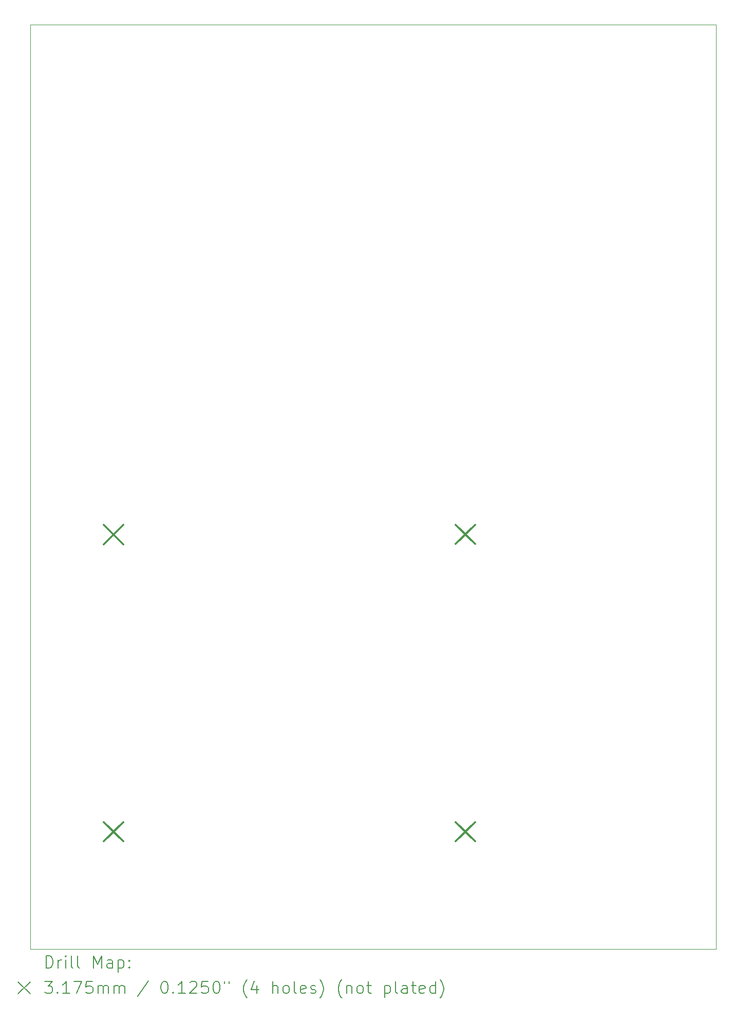
<source format=gbr>
%TF.GenerationSoftware,KiCad,Pcbnew,9.0.1*%
%TF.CreationDate,2025-06-02T14:00:33-06:00*%
%TF.ProjectId,PABA-DP,50414241-2d44-4502-9e6b-696361645f70,rev?*%
%TF.SameCoordinates,Original*%
%TF.FileFunction,Drillmap*%
%TF.FilePolarity,Positive*%
%FSLAX45Y45*%
G04 Gerber Fmt 4.5, Leading zero omitted, Abs format (unit mm)*
G04 Created by KiCad (PCBNEW 9.0.1) date 2025-06-02 14:00:33*
%MOMM*%
%LPD*%
G01*
G04 APERTURE LIST*
%ADD10C,0.050000*%
%ADD11C,0.200000*%
%ADD12C,0.317500*%
G04 APERTURE END LIST*
D10*
X5047056Y-1981292D02*
X16352596Y-1981292D01*
X16352596Y-17220149D01*
X5047056Y-17220149D01*
X5047056Y-1981292D01*
D11*
D12*
X6257966Y-10230579D02*
X6575466Y-10548079D01*
X6575466Y-10230579D02*
X6257966Y-10548079D01*
X6258666Y-15131028D02*
X6576166Y-15448528D01*
X6576166Y-15131028D02*
X6258666Y-15448528D01*
X12057414Y-15129578D02*
X12374914Y-15447078D01*
X12374914Y-15129578D02*
X12057414Y-15447078D01*
X12059114Y-10228854D02*
X12376614Y-10546354D01*
X12376614Y-10228854D02*
X12059114Y-10546354D01*
D11*
X5305333Y-17534133D02*
X5305333Y-17334133D01*
X5305333Y-17334133D02*
X5352952Y-17334133D01*
X5352952Y-17334133D02*
X5381523Y-17343657D01*
X5381523Y-17343657D02*
X5400571Y-17362704D01*
X5400571Y-17362704D02*
X5410094Y-17381752D01*
X5410094Y-17381752D02*
X5419618Y-17419847D01*
X5419618Y-17419847D02*
X5419618Y-17448418D01*
X5419618Y-17448418D02*
X5410094Y-17486514D01*
X5410094Y-17486514D02*
X5400571Y-17505561D01*
X5400571Y-17505561D02*
X5381523Y-17524609D01*
X5381523Y-17524609D02*
X5352952Y-17534133D01*
X5352952Y-17534133D02*
X5305333Y-17534133D01*
X5505333Y-17534133D02*
X5505333Y-17400799D01*
X5505333Y-17438895D02*
X5514856Y-17419847D01*
X5514856Y-17419847D02*
X5524380Y-17410323D01*
X5524380Y-17410323D02*
X5543428Y-17400799D01*
X5543428Y-17400799D02*
X5562475Y-17400799D01*
X5629142Y-17534133D02*
X5629142Y-17400799D01*
X5629142Y-17334133D02*
X5619618Y-17343657D01*
X5619618Y-17343657D02*
X5629142Y-17353180D01*
X5629142Y-17353180D02*
X5638666Y-17343657D01*
X5638666Y-17343657D02*
X5629142Y-17334133D01*
X5629142Y-17334133D02*
X5629142Y-17353180D01*
X5752951Y-17534133D02*
X5733904Y-17524609D01*
X5733904Y-17524609D02*
X5724380Y-17505561D01*
X5724380Y-17505561D02*
X5724380Y-17334133D01*
X5857713Y-17534133D02*
X5838666Y-17524609D01*
X5838666Y-17524609D02*
X5829142Y-17505561D01*
X5829142Y-17505561D02*
X5829142Y-17334133D01*
X6086285Y-17534133D02*
X6086285Y-17334133D01*
X6086285Y-17334133D02*
X6152952Y-17476990D01*
X6152952Y-17476990D02*
X6219618Y-17334133D01*
X6219618Y-17334133D02*
X6219618Y-17534133D01*
X6400571Y-17534133D02*
X6400571Y-17429371D01*
X6400571Y-17429371D02*
X6391047Y-17410323D01*
X6391047Y-17410323D02*
X6371999Y-17400799D01*
X6371999Y-17400799D02*
X6333904Y-17400799D01*
X6333904Y-17400799D02*
X6314856Y-17410323D01*
X6400571Y-17524609D02*
X6381523Y-17534133D01*
X6381523Y-17534133D02*
X6333904Y-17534133D01*
X6333904Y-17534133D02*
X6314856Y-17524609D01*
X6314856Y-17524609D02*
X6305332Y-17505561D01*
X6305332Y-17505561D02*
X6305332Y-17486514D01*
X6305332Y-17486514D02*
X6314856Y-17467466D01*
X6314856Y-17467466D02*
X6333904Y-17457942D01*
X6333904Y-17457942D02*
X6381523Y-17457942D01*
X6381523Y-17457942D02*
X6400571Y-17448418D01*
X6495809Y-17400799D02*
X6495809Y-17600799D01*
X6495809Y-17410323D02*
X6514856Y-17400799D01*
X6514856Y-17400799D02*
X6552952Y-17400799D01*
X6552952Y-17400799D02*
X6571999Y-17410323D01*
X6571999Y-17410323D02*
X6581523Y-17419847D01*
X6581523Y-17419847D02*
X6591047Y-17438895D01*
X6591047Y-17438895D02*
X6591047Y-17496037D01*
X6591047Y-17496037D02*
X6581523Y-17515085D01*
X6581523Y-17515085D02*
X6571999Y-17524609D01*
X6571999Y-17524609D02*
X6552952Y-17534133D01*
X6552952Y-17534133D02*
X6514856Y-17534133D01*
X6514856Y-17534133D02*
X6495809Y-17524609D01*
X6676761Y-17515085D02*
X6686285Y-17524609D01*
X6686285Y-17524609D02*
X6676761Y-17534133D01*
X6676761Y-17534133D02*
X6667237Y-17524609D01*
X6667237Y-17524609D02*
X6676761Y-17515085D01*
X6676761Y-17515085D02*
X6676761Y-17534133D01*
X6676761Y-17410323D02*
X6686285Y-17419847D01*
X6686285Y-17419847D02*
X6676761Y-17429371D01*
X6676761Y-17429371D02*
X6667237Y-17419847D01*
X6667237Y-17419847D02*
X6676761Y-17410323D01*
X6676761Y-17410323D02*
X6676761Y-17429371D01*
X4844556Y-17762649D02*
X5044556Y-17962649D01*
X5044556Y-17762649D02*
X4844556Y-17962649D01*
X5286285Y-17754133D02*
X5410094Y-17754133D01*
X5410094Y-17754133D02*
X5343428Y-17830323D01*
X5343428Y-17830323D02*
X5371999Y-17830323D01*
X5371999Y-17830323D02*
X5391047Y-17839847D01*
X5391047Y-17839847D02*
X5400571Y-17849371D01*
X5400571Y-17849371D02*
X5410094Y-17868418D01*
X5410094Y-17868418D02*
X5410094Y-17916037D01*
X5410094Y-17916037D02*
X5400571Y-17935085D01*
X5400571Y-17935085D02*
X5391047Y-17944609D01*
X5391047Y-17944609D02*
X5371999Y-17954133D01*
X5371999Y-17954133D02*
X5314856Y-17954133D01*
X5314856Y-17954133D02*
X5295809Y-17944609D01*
X5295809Y-17944609D02*
X5286285Y-17935085D01*
X5495809Y-17935085D02*
X5505333Y-17944609D01*
X5505333Y-17944609D02*
X5495809Y-17954133D01*
X5495809Y-17954133D02*
X5486285Y-17944609D01*
X5486285Y-17944609D02*
X5495809Y-17935085D01*
X5495809Y-17935085D02*
X5495809Y-17954133D01*
X5695809Y-17954133D02*
X5581523Y-17954133D01*
X5638666Y-17954133D02*
X5638666Y-17754133D01*
X5638666Y-17754133D02*
X5619618Y-17782704D01*
X5619618Y-17782704D02*
X5600571Y-17801752D01*
X5600571Y-17801752D02*
X5581523Y-17811276D01*
X5762475Y-17754133D02*
X5895809Y-17754133D01*
X5895809Y-17754133D02*
X5810094Y-17954133D01*
X6067237Y-17754133D02*
X5971999Y-17754133D01*
X5971999Y-17754133D02*
X5962475Y-17849371D01*
X5962475Y-17849371D02*
X5971999Y-17839847D01*
X5971999Y-17839847D02*
X5991047Y-17830323D01*
X5991047Y-17830323D02*
X6038666Y-17830323D01*
X6038666Y-17830323D02*
X6057713Y-17839847D01*
X6057713Y-17839847D02*
X6067237Y-17849371D01*
X6067237Y-17849371D02*
X6076761Y-17868418D01*
X6076761Y-17868418D02*
X6076761Y-17916037D01*
X6076761Y-17916037D02*
X6067237Y-17935085D01*
X6067237Y-17935085D02*
X6057713Y-17944609D01*
X6057713Y-17944609D02*
X6038666Y-17954133D01*
X6038666Y-17954133D02*
X5991047Y-17954133D01*
X5991047Y-17954133D02*
X5971999Y-17944609D01*
X5971999Y-17944609D02*
X5962475Y-17935085D01*
X6162475Y-17954133D02*
X6162475Y-17820799D01*
X6162475Y-17839847D02*
X6171999Y-17830323D01*
X6171999Y-17830323D02*
X6191047Y-17820799D01*
X6191047Y-17820799D02*
X6219618Y-17820799D01*
X6219618Y-17820799D02*
X6238666Y-17830323D01*
X6238666Y-17830323D02*
X6248190Y-17849371D01*
X6248190Y-17849371D02*
X6248190Y-17954133D01*
X6248190Y-17849371D02*
X6257713Y-17830323D01*
X6257713Y-17830323D02*
X6276761Y-17820799D01*
X6276761Y-17820799D02*
X6305332Y-17820799D01*
X6305332Y-17820799D02*
X6324380Y-17830323D01*
X6324380Y-17830323D02*
X6333904Y-17849371D01*
X6333904Y-17849371D02*
X6333904Y-17954133D01*
X6429142Y-17954133D02*
X6429142Y-17820799D01*
X6429142Y-17839847D02*
X6438666Y-17830323D01*
X6438666Y-17830323D02*
X6457713Y-17820799D01*
X6457713Y-17820799D02*
X6486285Y-17820799D01*
X6486285Y-17820799D02*
X6505333Y-17830323D01*
X6505333Y-17830323D02*
X6514856Y-17849371D01*
X6514856Y-17849371D02*
X6514856Y-17954133D01*
X6514856Y-17849371D02*
X6524380Y-17830323D01*
X6524380Y-17830323D02*
X6543428Y-17820799D01*
X6543428Y-17820799D02*
X6571999Y-17820799D01*
X6571999Y-17820799D02*
X6591047Y-17830323D01*
X6591047Y-17830323D02*
X6600571Y-17849371D01*
X6600571Y-17849371D02*
X6600571Y-17954133D01*
X6991047Y-17744609D02*
X6819618Y-18001752D01*
X7248190Y-17754133D02*
X7267237Y-17754133D01*
X7267237Y-17754133D02*
X7286285Y-17763657D01*
X7286285Y-17763657D02*
X7295809Y-17773180D01*
X7295809Y-17773180D02*
X7305333Y-17792228D01*
X7305333Y-17792228D02*
X7314856Y-17830323D01*
X7314856Y-17830323D02*
X7314856Y-17877942D01*
X7314856Y-17877942D02*
X7305333Y-17916037D01*
X7305333Y-17916037D02*
X7295809Y-17935085D01*
X7295809Y-17935085D02*
X7286285Y-17944609D01*
X7286285Y-17944609D02*
X7267237Y-17954133D01*
X7267237Y-17954133D02*
X7248190Y-17954133D01*
X7248190Y-17954133D02*
X7229142Y-17944609D01*
X7229142Y-17944609D02*
X7219618Y-17935085D01*
X7219618Y-17935085D02*
X7210095Y-17916037D01*
X7210095Y-17916037D02*
X7200571Y-17877942D01*
X7200571Y-17877942D02*
X7200571Y-17830323D01*
X7200571Y-17830323D02*
X7210095Y-17792228D01*
X7210095Y-17792228D02*
X7219618Y-17773180D01*
X7219618Y-17773180D02*
X7229142Y-17763657D01*
X7229142Y-17763657D02*
X7248190Y-17754133D01*
X7400571Y-17935085D02*
X7410095Y-17944609D01*
X7410095Y-17944609D02*
X7400571Y-17954133D01*
X7400571Y-17954133D02*
X7391047Y-17944609D01*
X7391047Y-17944609D02*
X7400571Y-17935085D01*
X7400571Y-17935085D02*
X7400571Y-17954133D01*
X7600571Y-17954133D02*
X7486285Y-17954133D01*
X7543428Y-17954133D02*
X7543428Y-17754133D01*
X7543428Y-17754133D02*
X7524380Y-17782704D01*
X7524380Y-17782704D02*
X7505333Y-17801752D01*
X7505333Y-17801752D02*
X7486285Y-17811276D01*
X7676761Y-17773180D02*
X7686285Y-17763657D01*
X7686285Y-17763657D02*
X7705333Y-17754133D01*
X7705333Y-17754133D02*
X7752952Y-17754133D01*
X7752952Y-17754133D02*
X7771999Y-17763657D01*
X7771999Y-17763657D02*
X7781523Y-17773180D01*
X7781523Y-17773180D02*
X7791047Y-17792228D01*
X7791047Y-17792228D02*
X7791047Y-17811276D01*
X7791047Y-17811276D02*
X7781523Y-17839847D01*
X7781523Y-17839847D02*
X7667237Y-17954133D01*
X7667237Y-17954133D02*
X7791047Y-17954133D01*
X7971999Y-17754133D02*
X7876761Y-17754133D01*
X7876761Y-17754133D02*
X7867237Y-17849371D01*
X7867237Y-17849371D02*
X7876761Y-17839847D01*
X7876761Y-17839847D02*
X7895809Y-17830323D01*
X7895809Y-17830323D02*
X7943428Y-17830323D01*
X7943428Y-17830323D02*
X7962476Y-17839847D01*
X7962476Y-17839847D02*
X7971999Y-17849371D01*
X7971999Y-17849371D02*
X7981523Y-17868418D01*
X7981523Y-17868418D02*
X7981523Y-17916037D01*
X7981523Y-17916037D02*
X7971999Y-17935085D01*
X7971999Y-17935085D02*
X7962476Y-17944609D01*
X7962476Y-17944609D02*
X7943428Y-17954133D01*
X7943428Y-17954133D02*
X7895809Y-17954133D01*
X7895809Y-17954133D02*
X7876761Y-17944609D01*
X7876761Y-17944609D02*
X7867237Y-17935085D01*
X8105333Y-17754133D02*
X8124380Y-17754133D01*
X8124380Y-17754133D02*
X8143428Y-17763657D01*
X8143428Y-17763657D02*
X8152952Y-17773180D01*
X8152952Y-17773180D02*
X8162476Y-17792228D01*
X8162476Y-17792228D02*
X8171999Y-17830323D01*
X8171999Y-17830323D02*
X8171999Y-17877942D01*
X8171999Y-17877942D02*
X8162476Y-17916037D01*
X8162476Y-17916037D02*
X8152952Y-17935085D01*
X8152952Y-17935085D02*
X8143428Y-17944609D01*
X8143428Y-17944609D02*
X8124380Y-17954133D01*
X8124380Y-17954133D02*
X8105333Y-17954133D01*
X8105333Y-17954133D02*
X8086285Y-17944609D01*
X8086285Y-17944609D02*
X8076761Y-17935085D01*
X8076761Y-17935085D02*
X8067237Y-17916037D01*
X8067237Y-17916037D02*
X8057714Y-17877942D01*
X8057714Y-17877942D02*
X8057714Y-17830323D01*
X8057714Y-17830323D02*
X8067237Y-17792228D01*
X8067237Y-17792228D02*
X8076761Y-17773180D01*
X8076761Y-17773180D02*
X8086285Y-17763657D01*
X8086285Y-17763657D02*
X8105333Y-17754133D01*
X8248190Y-17754133D02*
X8248190Y-17792228D01*
X8324380Y-17754133D02*
X8324380Y-17792228D01*
X8619619Y-18030323D02*
X8610095Y-18020799D01*
X8610095Y-18020799D02*
X8591047Y-17992228D01*
X8591047Y-17992228D02*
X8581523Y-17973180D01*
X8581523Y-17973180D02*
X8572000Y-17944609D01*
X8572000Y-17944609D02*
X8562476Y-17896990D01*
X8562476Y-17896990D02*
X8562476Y-17858895D01*
X8562476Y-17858895D02*
X8572000Y-17811276D01*
X8572000Y-17811276D02*
X8581523Y-17782704D01*
X8581523Y-17782704D02*
X8591047Y-17763657D01*
X8591047Y-17763657D02*
X8610095Y-17735085D01*
X8610095Y-17735085D02*
X8619619Y-17725561D01*
X8781523Y-17820799D02*
X8781523Y-17954133D01*
X8733904Y-17744609D02*
X8686285Y-17887466D01*
X8686285Y-17887466D02*
X8810095Y-17887466D01*
X9038666Y-17954133D02*
X9038666Y-17754133D01*
X9124381Y-17954133D02*
X9124381Y-17849371D01*
X9124381Y-17849371D02*
X9114857Y-17830323D01*
X9114857Y-17830323D02*
X9095809Y-17820799D01*
X9095809Y-17820799D02*
X9067238Y-17820799D01*
X9067238Y-17820799D02*
X9048190Y-17830323D01*
X9048190Y-17830323D02*
X9038666Y-17839847D01*
X9248190Y-17954133D02*
X9229142Y-17944609D01*
X9229142Y-17944609D02*
X9219619Y-17935085D01*
X9219619Y-17935085D02*
X9210095Y-17916037D01*
X9210095Y-17916037D02*
X9210095Y-17858895D01*
X9210095Y-17858895D02*
X9219619Y-17839847D01*
X9219619Y-17839847D02*
X9229142Y-17830323D01*
X9229142Y-17830323D02*
X9248190Y-17820799D01*
X9248190Y-17820799D02*
X9276762Y-17820799D01*
X9276762Y-17820799D02*
X9295809Y-17830323D01*
X9295809Y-17830323D02*
X9305333Y-17839847D01*
X9305333Y-17839847D02*
X9314857Y-17858895D01*
X9314857Y-17858895D02*
X9314857Y-17916037D01*
X9314857Y-17916037D02*
X9305333Y-17935085D01*
X9305333Y-17935085D02*
X9295809Y-17944609D01*
X9295809Y-17944609D02*
X9276762Y-17954133D01*
X9276762Y-17954133D02*
X9248190Y-17954133D01*
X9429142Y-17954133D02*
X9410095Y-17944609D01*
X9410095Y-17944609D02*
X9400571Y-17925561D01*
X9400571Y-17925561D02*
X9400571Y-17754133D01*
X9581523Y-17944609D02*
X9562476Y-17954133D01*
X9562476Y-17954133D02*
X9524381Y-17954133D01*
X9524381Y-17954133D02*
X9505333Y-17944609D01*
X9505333Y-17944609D02*
X9495809Y-17925561D01*
X9495809Y-17925561D02*
X9495809Y-17849371D01*
X9495809Y-17849371D02*
X9505333Y-17830323D01*
X9505333Y-17830323D02*
X9524381Y-17820799D01*
X9524381Y-17820799D02*
X9562476Y-17820799D01*
X9562476Y-17820799D02*
X9581523Y-17830323D01*
X9581523Y-17830323D02*
X9591047Y-17849371D01*
X9591047Y-17849371D02*
X9591047Y-17868418D01*
X9591047Y-17868418D02*
X9495809Y-17887466D01*
X9667238Y-17944609D02*
X9686285Y-17954133D01*
X9686285Y-17954133D02*
X9724381Y-17954133D01*
X9724381Y-17954133D02*
X9743428Y-17944609D01*
X9743428Y-17944609D02*
X9752952Y-17925561D01*
X9752952Y-17925561D02*
X9752952Y-17916037D01*
X9752952Y-17916037D02*
X9743428Y-17896990D01*
X9743428Y-17896990D02*
X9724381Y-17887466D01*
X9724381Y-17887466D02*
X9695809Y-17887466D01*
X9695809Y-17887466D02*
X9676762Y-17877942D01*
X9676762Y-17877942D02*
X9667238Y-17858895D01*
X9667238Y-17858895D02*
X9667238Y-17849371D01*
X9667238Y-17849371D02*
X9676762Y-17830323D01*
X9676762Y-17830323D02*
X9695809Y-17820799D01*
X9695809Y-17820799D02*
X9724381Y-17820799D01*
X9724381Y-17820799D02*
X9743428Y-17830323D01*
X9819619Y-18030323D02*
X9829143Y-18020799D01*
X9829143Y-18020799D02*
X9848190Y-17992228D01*
X9848190Y-17992228D02*
X9857714Y-17973180D01*
X9857714Y-17973180D02*
X9867238Y-17944609D01*
X9867238Y-17944609D02*
X9876762Y-17896990D01*
X9876762Y-17896990D02*
X9876762Y-17858895D01*
X9876762Y-17858895D02*
X9867238Y-17811276D01*
X9867238Y-17811276D02*
X9857714Y-17782704D01*
X9857714Y-17782704D02*
X9848190Y-17763657D01*
X9848190Y-17763657D02*
X9829143Y-17735085D01*
X9829143Y-17735085D02*
X9819619Y-17725561D01*
X10181524Y-18030323D02*
X10172000Y-18020799D01*
X10172000Y-18020799D02*
X10152952Y-17992228D01*
X10152952Y-17992228D02*
X10143428Y-17973180D01*
X10143428Y-17973180D02*
X10133904Y-17944609D01*
X10133904Y-17944609D02*
X10124381Y-17896990D01*
X10124381Y-17896990D02*
X10124381Y-17858895D01*
X10124381Y-17858895D02*
X10133904Y-17811276D01*
X10133904Y-17811276D02*
X10143428Y-17782704D01*
X10143428Y-17782704D02*
X10152952Y-17763657D01*
X10152952Y-17763657D02*
X10172000Y-17735085D01*
X10172000Y-17735085D02*
X10181524Y-17725561D01*
X10257714Y-17820799D02*
X10257714Y-17954133D01*
X10257714Y-17839847D02*
X10267238Y-17830323D01*
X10267238Y-17830323D02*
X10286285Y-17820799D01*
X10286285Y-17820799D02*
X10314857Y-17820799D01*
X10314857Y-17820799D02*
X10333904Y-17830323D01*
X10333904Y-17830323D02*
X10343428Y-17849371D01*
X10343428Y-17849371D02*
X10343428Y-17954133D01*
X10467238Y-17954133D02*
X10448190Y-17944609D01*
X10448190Y-17944609D02*
X10438666Y-17935085D01*
X10438666Y-17935085D02*
X10429143Y-17916037D01*
X10429143Y-17916037D02*
X10429143Y-17858895D01*
X10429143Y-17858895D02*
X10438666Y-17839847D01*
X10438666Y-17839847D02*
X10448190Y-17830323D01*
X10448190Y-17830323D02*
X10467238Y-17820799D01*
X10467238Y-17820799D02*
X10495809Y-17820799D01*
X10495809Y-17820799D02*
X10514857Y-17830323D01*
X10514857Y-17830323D02*
X10524381Y-17839847D01*
X10524381Y-17839847D02*
X10533904Y-17858895D01*
X10533904Y-17858895D02*
X10533904Y-17916037D01*
X10533904Y-17916037D02*
X10524381Y-17935085D01*
X10524381Y-17935085D02*
X10514857Y-17944609D01*
X10514857Y-17944609D02*
X10495809Y-17954133D01*
X10495809Y-17954133D02*
X10467238Y-17954133D01*
X10591047Y-17820799D02*
X10667238Y-17820799D01*
X10619619Y-17754133D02*
X10619619Y-17925561D01*
X10619619Y-17925561D02*
X10629143Y-17944609D01*
X10629143Y-17944609D02*
X10648190Y-17954133D01*
X10648190Y-17954133D02*
X10667238Y-17954133D01*
X10886285Y-17820799D02*
X10886285Y-18020799D01*
X10886285Y-17830323D02*
X10905333Y-17820799D01*
X10905333Y-17820799D02*
X10943428Y-17820799D01*
X10943428Y-17820799D02*
X10962476Y-17830323D01*
X10962476Y-17830323D02*
X10972000Y-17839847D01*
X10972000Y-17839847D02*
X10981524Y-17858895D01*
X10981524Y-17858895D02*
X10981524Y-17916037D01*
X10981524Y-17916037D02*
X10972000Y-17935085D01*
X10972000Y-17935085D02*
X10962476Y-17944609D01*
X10962476Y-17944609D02*
X10943428Y-17954133D01*
X10943428Y-17954133D02*
X10905333Y-17954133D01*
X10905333Y-17954133D02*
X10886285Y-17944609D01*
X11095809Y-17954133D02*
X11076762Y-17944609D01*
X11076762Y-17944609D02*
X11067238Y-17925561D01*
X11067238Y-17925561D02*
X11067238Y-17754133D01*
X11257714Y-17954133D02*
X11257714Y-17849371D01*
X11257714Y-17849371D02*
X11248190Y-17830323D01*
X11248190Y-17830323D02*
X11229143Y-17820799D01*
X11229143Y-17820799D02*
X11191047Y-17820799D01*
X11191047Y-17820799D02*
X11172000Y-17830323D01*
X11257714Y-17944609D02*
X11238666Y-17954133D01*
X11238666Y-17954133D02*
X11191047Y-17954133D01*
X11191047Y-17954133D02*
X11172000Y-17944609D01*
X11172000Y-17944609D02*
X11162476Y-17925561D01*
X11162476Y-17925561D02*
X11162476Y-17906514D01*
X11162476Y-17906514D02*
X11172000Y-17887466D01*
X11172000Y-17887466D02*
X11191047Y-17877942D01*
X11191047Y-17877942D02*
X11238666Y-17877942D01*
X11238666Y-17877942D02*
X11257714Y-17868418D01*
X11324381Y-17820799D02*
X11400571Y-17820799D01*
X11352952Y-17754133D02*
X11352952Y-17925561D01*
X11352952Y-17925561D02*
X11362476Y-17944609D01*
X11362476Y-17944609D02*
X11381523Y-17954133D01*
X11381523Y-17954133D02*
X11400571Y-17954133D01*
X11543428Y-17944609D02*
X11524381Y-17954133D01*
X11524381Y-17954133D02*
X11486285Y-17954133D01*
X11486285Y-17954133D02*
X11467238Y-17944609D01*
X11467238Y-17944609D02*
X11457714Y-17925561D01*
X11457714Y-17925561D02*
X11457714Y-17849371D01*
X11457714Y-17849371D02*
X11467238Y-17830323D01*
X11467238Y-17830323D02*
X11486285Y-17820799D01*
X11486285Y-17820799D02*
X11524381Y-17820799D01*
X11524381Y-17820799D02*
X11543428Y-17830323D01*
X11543428Y-17830323D02*
X11552952Y-17849371D01*
X11552952Y-17849371D02*
X11552952Y-17868418D01*
X11552952Y-17868418D02*
X11457714Y-17887466D01*
X11724381Y-17954133D02*
X11724381Y-17754133D01*
X11724381Y-17944609D02*
X11705333Y-17954133D01*
X11705333Y-17954133D02*
X11667238Y-17954133D01*
X11667238Y-17954133D02*
X11648190Y-17944609D01*
X11648190Y-17944609D02*
X11638666Y-17935085D01*
X11638666Y-17935085D02*
X11629143Y-17916037D01*
X11629143Y-17916037D02*
X11629143Y-17858895D01*
X11629143Y-17858895D02*
X11638666Y-17839847D01*
X11638666Y-17839847D02*
X11648190Y-17830323D01*
X11648190Y-17830323D02*
X11667238Y-17820799D01*
X11667238Y-17820799D02*
X11705333Y-17820799D01*
X11705333Y-17820799D02*
X11724381Y-17830323D01*
X11800571Y-18030323D02*
X11810095Y-18020799D01*
X11810095Y-18020799D02*
X11829143Y-17992228D01*
X11829143Y-17992228D02*
X11838666Y-17973180D01*
X11838666Y-17973180D02*
X11848190Y-17944609D01*
X11848190Y-17944609D02*
X11857714Y-17896990D01*
X11857714Y-17896990D02*
X11857714Y-17858895D01*
X11857714Y-17858895D02*
X11848190Y-17811276D01*
X11848190Y-17811276D02*
X11838666Y-17782704D01*
X11838666Y-17782704D02*
X11829143Y-17763657D01*
X11829143Y-17763657D02*
X11810095Y-17735085D01*
X11810095Y-17735085D02*
X11800571Y-17725561D01*
M02*

</source>
